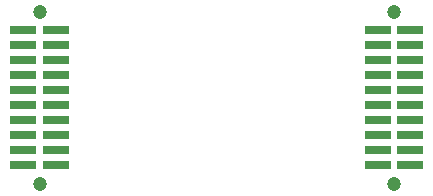
<source format=gbs>
G04 #@! TF.GenerationSoftware,KiCad,Pcbnew,no-vcs-found-d3b382c~59~ubuntu16.04.1*
G04 #@! TF.CreationDate,2017-07-20T01:56:19+01:00*
G04 #@! TF.ProjectId,m3pyro,6D337079726F2E6B696361645F706362,rev?*
G04 #@! TF.SameCoordinates,Original
G04 #@! TF.FileFunction,Soldermask,Bot*
G04 #@! TF.FilePolarity,Negative*
%FSLAX46Y46*%
G04 Gerber Fmt 4.6, Leading zero omitted, Abs format (unit mm)*
G04 Created by KiCad (PCBNEW no-vcs-found-d3b382c~59~ubuntu16.04.1) date Thu Jul 20 01:56:19 2017*
%MOMM*%
%LPD*%
G01*
G04 APERTURE LIST*
%ADD10C,1.200000*%
%ADD11R,2.220000X0.740000*%
G04 APERTURE END LIST*
D10*
X115000000Y-92695000D03*
X115000000Y-107305000D03*
D11*
X116365000Y-105715000D03*
X113635000Y-105715000D03*
X116365000Y-104445000D03*
X113635000Y-104445000D03*
X116365000Y-103175000D03*
X113635000Y-103175000D03*
X116365000Y-101905000D03*
X113635000Y-101905000D03*
X116365000Y-100635000D03*
X113635000Y-100635000D03*
X116365000Y-99365000D03*
X113635000Y-99365000D03*
X116365000Y-98095000D03*
X113635000Y-98095000D03*
X116365000Y-96825000D03*
X113635000Y-96825000D03*
X116365000Y-95555000D03*
X113635000Y-95555000D03*
X116365000Y-94285000D03*
X113635000Y-94285000D03*
X83635000Y-94285000D03*
X86365000Y-94285000D03*
X83635000Y-95555000D03*
X86365000Y-95555000D03*
X83635000Y-96825000D03*
X86365000Y-96825000D03*
X83635000Y-98095000D03*
X86365000Y-98095000D03*
X83635000Y-99365000D03*
X86365000Y-99365000D03*
X83635000Y-100635000D03*
X86365000Y-100635000D03*
X83635000Y-101905000D03*
X86365000Y-101905000D03*
X83635000Y-103175000D03*
X86365000Y-103175000D03*
X83635000Y-104445000D03*
X86365000Y-104445000D03*
X83635000Y-105715000D03*
X86365000Y-105715000D03*
D10*
X85000000Y-107305000D03*
X85000000Y-92695000D03*
M02*

</source>
